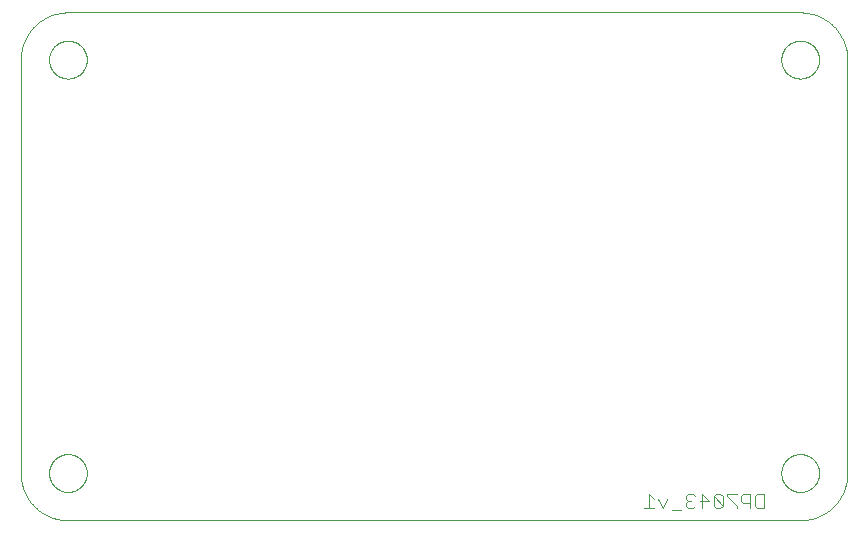
<source format=gbo>
G75*
%MOIN*%
%OFA0B0*%
%FSLAX25Y25*%
%IPPOS*%
%LPD*%
%AMOC8*
5,1,8,0,0,1.08239X$1,22.5*
%
%ADD10C,0.00000*%
%ADD11C,0.00400*%
D10*
X0079321Y0034156D02*
X0323415Y0034156D01*
X0317116Y0049904D02*
X0317118Y0050062D01*
X0317124Y0050220D01*
X0317134Y0050378D01*
X0317148Y0050536D01*
X0317166Y0050693D01*
X0317187Y0050850D01*
X0317213Y0051006D01*
X0317243Y0051162D01*
X0317276Y0051317D01*
X0317314Y0051470D01*
X0317355Y0051623D01*
X0317400Y0051775D01*
X0317449Y0051926D01*
X0317502Y0052075D01*
X0317558Y0052223D01*
X0317618Y0052369D01*
X0317682Y0052514D01*
X0317750Y0052657D01*
X0317821Y0052799D01*
X0317895Y0052939D01*
X0317973Y0053076D01*
X0318055Y0053212D01*
X0318139Y0053346D01*
X0318228Y0053477D01*
X0318319Y0053606D01*
X0318414Y0053733D01*
X0318511Y0053858D01*
X0318612Y0053980D01*
X0318716Y0054099D01*
X0318823Y0054216D01*
X0318933Y0054330D01*
X0319046Y0054441D01*
X0319161Y0054550D01*
X0319279Y0054655D01*
X0319400Y0054757D01*
X0319523Y0054857D01*
X0319649Y0054953D01*
X0319777Y0055046D01*
X0319907Y0055136D01*
X0320040Y0055222D01*
X0320175Y0055306D01*
X0320311Y0055385D01*
X0320450Y0055462D01*
X0320591Y0055534D01*
X0320733Y0055604D01*
X0320877Y0055669D01*
X0321023Y0055731D01*
X0321170Y0055789D01*
X0321319Y0055844D01*
X0321469Y0055895D01*
X0321620Y0055942D01*
X0321772Y0055985D01*
X0321925Y0056024D01*
X0322080Y0056060D01*
X0322235Y0056091D01*
X0322391Y0056119D01*
X0322547Y0056143D01*
X0322704Y0056163D01*
X0322862Y0056179D01*
X0323019Y0056191D01*
X0323178Y0056199D01*
X0323336Y0056203D01*
X0323494Y0056203D01*
X0323652Y0056199D01*
X0323811Y0056191D01*
X0323968Y0056179D01*
X0324126Y0056163D01*
X0324283Y0056143D01*
X0324439Y0056119D01*
X0324595Y0056091D01*
X0324750Y0056060D01*
X0324905Y0056024D01*
X0325058Y0055985D01*
X0325210Y0055942D01*
X0325361Y0055895D01*
X0325511Y0055844D01*
X0325660Y0055789D01*
X0325807Y0055731D01*
X0325953Y0055669D01*
X0326097Y0055604D01*
X0326239Y0055534D01*
X0326380Y0055462D01*
X0326519Y0055385D01*
X0326655Y0055306D01*
X0326790Y0055222D01*
X0326923Y0055136D01*
X0327053Y0055046D01*
X0327181Y0054953D01*
X0327307Y0054857D01*
X0327430Y0054757D01*
X0327551Y0054655D01*
X0327669Y0054550D01*
X0327784Y0054441D01*
X0327897Y0054330D01*
X0328007Y0054216D01*
X0328114Y0054099D01*
X0328218Y0053980D01*
X0328319Y0053858D01*
X0328416Y0053733D01*
X0328511Y0053606D01*
X0328602Y0053477D01*
X0328691Y0053346D01*
X0328775Y0053212D01*
X0328857Y0053076D01*
X0328935Y0052939D01*
X0329009Y0052799D01*
X0329080Y0052657D01*
X0329148Y0052514D01*
X0329212Y0052369D01*
X0329272Y0052223D01*
X0329328Y0052075D01*
X0329381Y0051926D01*
X0329430Y0051775D01*
X0329475Y0051623D01*
X0329516Y0051470D01*
X0329554Y0051317D01*
X0329587Y0051162D01*
X0329617Y0051006D01*
X0329643Y0050850D01*
X0329664Y0050693D01*
X0329682Y0050536D01*
X0329696Y0050378D01*
X0329706Y0050220D01*
X0329712Y0050062D01*
X0329714Y0049904D01*
X0329712Y0049746D01*
X0329706Y0049588D01*
X0329696Y0049430D01*
X0329682Y0049272D01*
X0329664Y0049115D01*
X0329643Y0048958D01*
X0329617Y0048802D01*
X0329587Y0048646D01*
X0329554Y0048491D01*
X0329516Y0048338D01*
X0329475Y0048185D01*
X0329430Y0048033D01*
X0329381Y0047882D01*
X0329328Y0047733D01*
X0329272Y0047585D01*
X0329212Y0047439D01*
X0329148Y0047294D01*
X0329080Y0047151D01*
X0329009Y0047009D01*
X0328935Y0046869D01*
X0328857Y0046732D01*
X0328775Y0046596D01*
X0328691Y0046462D01*
X0328602Y0046331D01*
X0328511Y0046202D01*
X0328416Y0046075D01*
X0328319Y0045950D01*
X0328218Y0045828D01*
X0328114Y0045709D01*
X0328007Y0045592D01*
X0327897Y0045478D01*
X0327784Y0045367D01*
X0327669Y0045258D01*
X0327551Y0045153D01*
X0327430Y0045051D01*
X0327307Y0044951D01*
X0327181Y0044855D01*
X0327053Y0044762D01*
X0326923Y0044672D01*
X0326790Y0044586D01*
X0326655Y0044502D01*
X0326519Y0044423D01*
X0326380Y0044346D01*
X0326239Y0044274D01*
X0326097Y0044204D01*
X0325953Y0044139D01*
X0325807Y0044077D01*
X0325660Y0044019D01*
X0325511Y0043964D01*
X0325361Y0043913D01*
X0325210Y0043866D01*
X0325058Y0043823D01*
X0324905Y0043784D01*
X0324750Y0043748D01*
X0324595Y0043717D01*
X0324439Y0043689D01*
X0324283Y0043665D01*
X0324126Y0043645D01*
X0323968Y0043629D01*
X0323811Y0043617D01*
X0323652Y0043609D01*
X0323494Y0043605D01*
X0323336Y0043605D01*
X0323178Y0043609D01*
X0323019Y0043617D01*
X0322862Y0043629D01*
X0322704Y0043645D01*
X0322547Y0043665D01*
X0322391Y0043689D01*
X0322235Y0043717D01*
X0322080Y0043748D01*
X0321925Y0043784D01*
X0321772Y0043823D01*
X0321620Y0043866D01*
X0321469Y0043913D01*
X0321319Y0043964D01*
X0321170Y0044019D01*
X0321023Y0044077D01*
X0320877Y0044139D01*
X0320733Y0044204D01*
X0320591Y0044274D01*
X0320450Y0044346D01*
X0320311Y0044423D01*
X0320175Y0044502D01*
X0320040Y0044586D01*
X0319907Y0044672D01*
X0319777Y0044762D01*
X0319649Y0044855D01*
X0319523Y0044951D01*
X0319400Y0045051D01*
X0319279Y0045153D01*
X0319161Y0045258D01*
X0319046Y0045367D01*
X0318933Y0045478D01*
X0318823Y0045592D01*
X0318716Y0045709D01*
X0318612Y0045828D01*
X0318511Y0045950D01*
X0318414Y0046075D01*
X0318319Y0046202D01*
X0318228Y0046331D01*
X0318139Y0046462D01*
X0318055Y0046596D01*
X0317973Y0046732D01*
X0317895Y0046869D01*
X0317821Y0047009D01*
X0317750Y0047151D01*
X0317682Y0047294D01*
X0317618Y0047439D01*
X0317558Y0047585D01*
X0317502Y0047733D01*
X0317449Y0047882D01*
X0317400Y0048033D01*
X0317355Y0048185D01*
X0317314Y0048338D01*
X0317276Y0048491D01*
X0317243Y0048646D01*
X0317213Y0048802D01*
X0317187Y0048958D01*
X0317166Y0049115D01*
X0317148Y0049272D01*
X0317134Y0049430D01*
X0317124Y0049588D01*
X0317118Y0049746D01*
X0317116Y0049904D01*
X0323415Y0034156D02*
X0323796Y0034161D01*
X0324176Y0034174D01*
X0324556Y0034197D01*
X0324935Y0034230D01*
X0325313Y0034271D01*
X0325690Y0034321D01*
X0326066Y0034381D01*
X0326441Y0034449D01*
X0326813Y0034527D01*
X0327184Y0034614D01*
X0327552Y0034709D01*
X0327918Y0034814D01*
X0328281Y0034927D01*
X0328642Y0035049D01*
X0328999Y0035179D01*
X0329353Y0035319D01*
X0329704Y0035466D01*
X0330051Y0035623D01*
X0330394Y0035787D01*
X0330733Y0035960D01*
X0331068Y0036141D01*
X0331399Y0036330D01*
X0331724Y0036527D01*
X0332045Y0036731D01*
X0332361Y0036944D01*
X0332671Y0037164D01*
X0332977Y0037391D01*
X0333276Y0037626D01*
X0333570Y0037868D01*
X0333858Y0038116D01*
X0334140Y0038372D01*
X0334415Y0038635D01*
X0334684Y0038904D01*
X0334947Y0039179D01*
X0335203Y0039461D01*
X0335451Y0039749D01*
X0335693Y0040043D01*
X0335928Y0040342D01*
X0336155Y0040648D01*
X0336375Y0040958D01*
X0336588Y0041274D01*
X0336792Y0041595D01*
X0336989Y0041920D01*
X0337178Y0042251D01*
X0337359Y0042586D01*
X0337532Y0042925D01*
X0337696Y0043268D01*
X0337853Y0043615D01*
X0338000Y0043966D01*
X0338140Y0044320D01*
X0338270Y0044677D01*
X0338392Y0045038D01*
X0338505Y0045401D01*
X0338610Y0045767D01*
X0338705Y0046135D01*
X0338792Y0046506D01*
X0338870Y0046878D01*
X0338938Y0047253D01*
X0338998Y0047629D01*
X0339048Y0048006D01*
X0339089Y0048384D01*
X0339122Y0048763D01*
X0339145Y0049143D01*
X0339158Y0049523D01*
X0339163Y0049904D01*
X0339163Y0187699D01*
X0317116Y0187699D02*
X0317118Y0187857D01*
X0317124Y0188015D01*
X0317134Y0188173D01*
X0317148Y0188331D01*
X0317166Y0188488D01*
X0317187Y0188645D01*
X0317213Y0188801D01*
X0317243Y0188957D01*
X0317276Y0189112D01*
X0317314Y0189265D01*
X0317355Y0189418D01*
X0317400Y0189570D01*
X0317449Y0189721D01*
X0317502Y0189870D01*
X0317558Y0190018D01*
X0317618Y0190164D01*
X0317682Y0190309D01*
X0317750Y0190452D01*
X0317821Y0190594D01*
X0317895Y0190734D01*
X0317973Y0190871D01*
X0318055Y0191007D01*
X0318139Y0191141D01*
X0318228Y0191272D01*
X0318319Y0191401D01*
X0318414Y0191528D01*
X0318511Y0191653D01*
X0318612Y0191775D01*
X0318716Y0191894D01*
X0318823Y0192011D01*
X0318933Y0192125D01*
X0319046Y0192236D01*
X0319161Y0192345D01*
X0319279Y0192450D01*
X0319400Y0192552D01*
X0319523Y0192652D01*
X0319649Y0192748D01*
X0319777Y0192841D01*
X0319907Y0192931D01*
X0320040Y0193017D01*
X0320175Y0193101D01*
X0320311Y0193180D01*
X0320450Y0193257D01*
X0320591Y0193329D01*
X0320733Y0193399D01*
X0320877Y0193464D01*
X0321023Y0193526D01*
X0321170Y0193584D01*
X0321319Y0193639D01*
X0321469Y0193690D01*
X0321620Y0193737D01*
X0321772Y0193780D01*
X0321925Y0193819D01*
X0322080Y0193855D01*
X0322235Y0193886D01*
X0322391Y0193914D01*
X0322547Y0193938D01*
X0322704Y0193958D01*
X0322862Y0193974D01*
X0323019Y0193986D01*
X0323178Y0193994D01*
X0323336Y0193998D01*
X0323494Y0193998D01*
X0323652Y0193994D01*
X0323811Y0193986D01*
X0323968Y0193974D01*
X0324126Y0193958D01*
X0324283Y0193938D01*
X0324439Y0193914D01*
X0324595Y0193886D01*
X0324750Y0193855D01*
X0324905Y0193819D01*
X0325058Y0193780D01*
X0325210Y0193737D01*
X0325361Y0193690D01*
X0325511Y0193639D01*
X0325660Y0193584D01*
X0325807Y0193526D01*
X0325953Y0193464D01*
X0326097Y0193399D01*
X0326239Y0193329D01*
X0326380Y0193257D01*
X0326519Y0193180D01*
X0326655Y0193101D01*
X0326790Y0193017D01*
X0326923Y0192931D01*
X0327053Y0192841D01*
X0327181Y0192748D01*
X0327307Y0192652D01*
X0327430Y0192552D01*
X0327551Y0192450D01*
X0327669Y0192345D01*
X0327784Y0192236D01*
X0327897Y0192125D01*
X0328007Y0192011D01*
X0328114Y0191894D01*
X0328218Y0191775D01*
X0328319Y0191653D01*
X0328416Y0191528D01*
X0328511Y0191401D01*
X0328602Y0191272D01*
X0328691Y0191141D01*
X0328775Y0191007D01*
X0328857Y0190871D01*
X0328935Y0190734D01*
X0329009Y0190594D01*
X0329080Y0190452D01*
X0329148Y0190309D01*
X0329212Y0190164D01*
X0329272Y0190018D01*
X0329328Y0189870D01*
X0329381Y0189721D01*
X0329430Y0189570D01*
X0329475Y0189418D01*
X0329516Y0189265D01*
X0329554Y0189112D01*
X0329587Y0188957D01*
X0329617Y0188801D01*
X0329643Y0188645D01*
X0329664Y0188488D01*
X0329682Y0188331D01*
X0329696Y0188173D01*
X0329706Y0188015D01*
X0329712Y0187857D01*
X0329714Y0187699D01*
X0329712Y0187541D01*
X0329706Y0187383D01*
X0329696Y0187225D01*
X0329682Y0187067D01*
X0329664Y0186910D01*
X0329643Y0186753D01*
X0329617Y0186597D01*
X0329587Y0186441D01*
X0329554Y0186286D01*
X0329516Y0186133D01*
X0329475Y0185980D01*
X0329430Y0185828D01*
X0329381Y0185677D01*
X0329328Y0185528D01*
X0329272Y0185380D01*
X0329212Y0185234D01*
X0329148Y0185089D01*
X0329080Y0184946D01*
X0329009Y0184804D01*
X0328935Y0184664D01*
X0328857Y0184527D01*
X0328775Y0184391D01*
X0328691Y0184257D01*
X0328602Y0184126D01*
X0328511Y0183997D01*
X0328416Y0183870D01*
X0328319Y0183745D01*
X0328218Y0183623D01*
X0328114Y0183504D01*
X0328007Y0183387D01*
X0327897Y0183273D01*
X0327784Y0183162D01*
X0327669Y0183053D01*
X0327551Y0182948D01*
X0327430Y0182846D01*
X0327307Y0182746D01*
X0327181Y0182650D01*
X0327053Y0182557D01*
X0326923Y0182467D01*
X0326790Y0182381D01*
X0326655Y0182297D01*
X0326519Y0182218D01*
X0326380Y0182141D01*
X0326239Y0182069D01*
X0326097Y0181999D01*
X0325953Y0181934D01*
X0325807Y0181872D01*
X0325660Y0181814D01*
X0325511Y0181759D01*
X0325361Y0181708D01*
X0325210Y0181661D01*
X0325058Y0181618D01*
X0324905Y0181579D01*
X0324750Y0181543D01*
X0324595Y0181512D01*
X0324439Y0181484D01*
X0324283Y0181460D01*
X0324126Y0181440D01*
X0323968Y0181424D01*
X0323811Y0181412D01*
X0323652Y0181404D01*
X0323494Y0181400D01*
X0323336Y0181400D01*
X0323178Y0181404D01*
X0323019Y0181412D01*
X0322862Y0181424D01*
X0322704Y0181440D01*
X0322547Y0181460D01*
X0322391Y0181484D01*
X0322235Y0181512D01*
X0322080Y0181543D01*
X0321925Y0181579D01*
X0321772Y0181618D01*
X0321620Y0181661D01*
X0321469Y0181708D01*
X0321319Y0181759D01*
X0321170Y0181814D01*
X0321023Y0181872D01*
X0320877Y0181934D01*
X0320733Y0181999D01*
X0320591Y0182069D01*
X0320450Y0182141D01*
X0320311Y0182218D01*
X0320175Y0182297D01*
X0320040Y0182381D01*
X0319907Y0182467D01*
X0319777Y0182557D01*
X0319649Y0182650D01*
X0319523Y0182746D01*
X0319400Y0182846D01*
X0319279Y0182948D01*
X0319161Y0183053D01*
X0319046Y0183162D01*
X0318933Y0183273D01*
X0318823Y0183387D01*
X0318716Y0183504D01*
X0318612Y0183623D01*
X0318511Y0183745D01*
X0318414Y0183870D01*
X0318319Y0183997D01*
X0318228Y0184126D01*
X0318139Y0184257D01*
X0318055Y0184391D01*
X0317973Y0184527D01*
X0317895Y0184664D01*
X0317821Y0184804D01*
X0317750Y0184946D01*
X0317682Y0185089D01*
X0317618Y0185234D01*
X0317558Y0185380D01*
X0317502Y0185528D01*
X0317449Y0185677D01*
X0317400Y0185828D01*
X0317355Y0185980D01*
X0317314Y0186133D01*
X0317276Y0186286D01*
X0317243Y0186441D01*
X0317213Y0186597D01*
X0317187Y0186753D01*
X0317166Y0186910D01*
X0317148Y0187067D01*
X0317134Y0187225D01*
X0317124Y0187383D01*
X0317118Y0187541D01*
X0317116Y0187699D01*
X0323415Y0203447D02*
X0323796Y0203442D01*
X0324176Y0203429D01*
X0324556Y0203406D01*
X0324935Y0203373D01*
X0325313Y0203332D01*
X0325690Y0203282D01*
X0326066Y0203222D01*
X0326441Y0203154D01*
X0326813Y0203076D01*
X0327184Y0202989D01*
X0327552Y0202894D01*
X0327918Y0202789D01*
X0328281Y0202676D01*
X0328642Y0202554D01*
X0328999Y0202424D01*
X0329353Y0202284D01*
X0329704Y0202137D01*
X0330051Y0201980D01*
X0330394Y0201816D01*
X0330733Y0201643D01*
X0331068Y0201462D01*
X0331399Y0201273D01*
X0331724Y0201076D01*
X0332045Y0200872D01*
X0332361Y0200659D01*
X0332671Y0200439D01*
X0332977Y0200212D01*
X0333276Y0199977D01*
X0333570Y0199735D01*
X0333858Y0199487D01*
X0334140Y0199231D01*
X0334415Y0198968D01*
X0334684Y0198699D01*
X0334947Y0198424D01*
X0335203Y0198142D01*
X0335451Y0197854D01*
X0335693Y0197560D01*
X0335928Y0197261D01*
X0336155Y0196955D01*
X0336375Y0196645D01*
X0336588Y0196329D01*
X0336792Y0196008D01*
X0336989Y0195683D01*
X0337178Y0195352D01*
X0337359Y0195017D01*
X0337532Y0194678D01*
X0337696Y0194335D01*
X0337853Y0193988D01*
X0338000Y0193637D01*
X0338140Y0193283D01*
X0338270Y0192926D01*
X0338392Y0192565D01*
X0338505Y0192202D01*
X0338610Y0191836D01*
X0338705Y0191468D01*
X0338792Y0191097D01*
X0338870Y0190725D01*
X0338938Y0190350D01*
X0338998Y0189974D01*
X0339048Y0189597D01*
X0339089Y0189219D01*
X0339122Y0188840D01*
X0339145Y0188460D01*
X0339158Y0188080D01*
X0339163Y0187699D01*
X0323415Y0203448D02*
X0079321Y0203448D01*
X0073022Y0187699D02*
X0073024Y0187857D01*
X0073030Y0188015D01*
X0073040Y0188173D01*
X0073054Y0188331D01*
X0073072Y0188488D01*
X0073093Y0188645D01*
X0073119Y0188801D01*
X0073149Y0188957D01*
X0073182Y0189112D01*
X0073220Y0189265D01*
X0073261Y0189418D01*
X0073306Y0189570D01*
X0073355Y0189721D01*
X0073408Y0189870D01*
X0073464Y0190018D01*
X0073524Y0190164D01*
X0073588Y0190309D01*
X0073656Y0190452D01*
X0073727Y0190594D01*
X0073801Y0190734D01*
X0073879Y0190871D01*
X0073961Y0191007D01*
X0074045Y0191141D01*
X0074134Y0191272D01*
X0074225Y0191401D01*
X0074320Y0191528D01*
X0074417Y0191653D01*
X0074518Y0191775D01*
X0074622Y0191894D01*
X0074729Y0192011D01*
X0074839Y0192125D01*
X0074952Y0192236D01*
X0075067Y0192345D01*
X0075185Y0192450D01*
X0075306Y0192552D01*
X0075429Y0192652D01*
X0075555Y0192748D01*
X0075683Y0192841D01*
X0075813Y0192931D01*
X0075946Y0193017D01*
X0076081Y0193101D01*
X0076217Y0193180D01*
X0076356Y0193257D01*
X0076497Y0193329D01*
X0076639Y0193399D01*
X0076783Y0193464D01*
X0076929Y0193526D01*
X0077076Y0193584D01*
X0077225Y0193639D01*
X0077375Y0193690D01*
X0077526Y0193737D01*
X0077678Y0193780D01*
X0077831Y0193819D01*
X0077986Y0193855D01*
X0078141Y0193886D01*
X0078297Y0193914D01*
X0078453Y0193938D01*
X0078610Y0193958D01*
X0078768Y0193974D01*
X0078925Y0193986D01*
X0079084Y0193994D01*
X0079242Y0193998D01*
X0079400Y0193998D01*
X0079558Y0193994D01*
X0079717Y0193986D01*
X0079874Y0193974D01*
X0080032Y0193958D01*
X0080189Y0193938D01*
X0080345Y0193914D01*
X0080501Y0193886D01*
X0080656Y0193855D01*
X0080811Y0193819D01*
X0080964Y0193780D01*
X0081116Y0193737D01*
X0081267Y0193690D01*
X0081417Y0193639D01*
X0081566Y0193584D01*
X0081713Y0193526D01*
X0081859Y0193464D01*
X0082003Y0193399D01*
X0082145Y0193329D01*
X0082286Y0193257D01*
X0082425Y0193180D01*
X0082561Y0193101D01*
X0082696Y0193017D01*
X0082829Y0192931D01*
X0082959Y0192841D01*
X0083087Y0192748D01*
X0083213Y0192652D01*
X0083336Y0192552D01*
X0083457Y0192450D01*
X0083575Y0192345D01*
X0083690Y0192236D01*
X0083803Y0192125D01*
X0083913Y0192011D01*
X0084020Y0191894D01*
X0084124Y0191775D01*
X0084225Y0191653D01*
X0084322Y0191528D01*
X0084417Y0191401D01*
X0084508Y0191272D01*
X0084597Y0191141D01*
X0084681Y0191007D01*
X0084763Y0190871D01*
X0084841Y0190734D01*
X0084915Y0190594D01*
X0084986Y0190452D01*
X0085054Y0190309D01*
X0085118Y0190164D01*
X0085178Y0190018D01*
X0085234Y0189870D01*
X0085287Y0189721D01*
X0085336Y0189570D01*
X0085381Y0189418D01*
X0085422Y0189265D01*
X0085460Y0189112D01*
X0085493Y0188957D01*
X0085523Y0188801D01*
X0085549Y0188645D01*
X0085570Y0188488D01*
X0085588Y0188331D01*
X0085602Y0188173D01*
X0085612Y0188015D01*
X0085618Y0187857D01*
X0085620Y0187699D01*
X0085618Y0187541D01*
X0085612Y0187383D01*
X0085602Y0187225D01*
X0085588Y0187067D01*
X0085570Y0186910D01*
X0085549Y0186753D01*
X0085523Y0186597D01*
X0085493Y0186441D01*
X0085460Y0186286D01*
X0085422Y0186133D01*
X0085381Y0185980D01*
X0085336Y0185828D01*
X0085287Y0185677D01*
X0085234Y0185528D01*
X0085178Y0185380D01*
X0085118Y0185234D01*
X0085054Y0185089D01*
X0084986Y0184946D01*
X0084915Y0184804D01*
X0084841Y0184664D01*
X0084763Y0184527D01*
X0084681Y0184391D01*
X0084597Y0184257D01*
X0084508Y0184126D01*
X0084417Y0183997D01*
X0084322Y0183870D01*
X0084225Y0183745D01*
X0084124Y0183623D01*
X0084020Y0183504D01*
X0083913Y0183387D01*
X0083803Y0183273D01*
X0083690Y0183162D01*
X0083575Y0183053D01*
X0083457Y0182948D01*
X0083336Y0182846D01*
X0083213Y0182746D01*
X0083087Y0182650D01*
X0082959Y0182557D01*
X0082829Y0182467D01*
X0082696Y0182381D01*
X0082561Y0182297D01*
X0082425Y0182218D01*
X0082286Y0182141D01*
X0082145Y0182069D01*
X0082003Y0181999D01*
X0081859Y0181934D01*
X0081713Y0181872D01*
X0081566Y0181814D01*
X0081417Y0181759D01*
X0081267Y0181708D01*
X0081116Y0181661D01*
X0080964Y0181618D01*
X0080811Y0181579D01*
X0080656Y0181543D01*
X0080501Y0181512D01*
X0080345Y0181484D01*
X0080189Y0181460D01*
X0080032Y0181440D01*
X0079874Y0181424D01*
X0079717Y0181412D01*
X0079558Y0181404D01*
X0079400Y0181400D01*
X0079242Y0181400D01*
X0079084Y0181404D01*
X0078925Y0181412D01*
X0078768Y0181424D01*
X0078610Y0181440D01*
X0078453Y0181460D01*
X0078297Y0181484D01*
X0078141Y0181512D01*
X0077986Y0181543D01*
X0077831Y0181579D01*
X0077678Y0181618D01*
X0077526Y0181661D01*
X0077375Y0181708D01*
X0077225Y0181759D01*
X0077076Y0181814D01*
X0076929Y0181872D01*
X0076783Y0181934D01*
X0076639Y0181999D01*
X0076497Y0182069D01*
X0076356Y0182141D01*
X0076217Y0182218D01*
X0076081Y0182297D01*
X0075946Y0182381D01*
X0075813Y0182467D01*
X0075683Y0182557D01*
X0075555Y0182650D01*
X0075429Y0182746D01*
X0075306Y0182846D01*
X0075185Y0182948D01*
X0075067Y0183053D01*
X0074952Y0183162D01*
X0074839Y0183273D01*
X0074729Y0183387D01*
X0074622Y0183504D01*
X0074518Y0183623D01*
X0074417Y0183745D01*
X0074320Y0183870D01*
X0074225Y0183997D01*
X0074134Y0184126D01*
X0074045Y0184257D01*
X0073961Y0184391D01*
X0073879Y0184527D01*
X0073801Y0184664D01*
X0073727Y0184804D01*
X0073656Y0184946D01*
X0073588Y0185089D01*
X0073524Y0185234D01*
X0073464Y0185380D01*
X0073408Y0185528D01*
X0073355Y0185677D01*
X0073306Y0185828D01*
X0073261Y0185980D01*
X0073220Y0186133D01*
X0073182Y0186286D01*
X0073149Y0186441D01*
X0073119Y0186597D01*
X0073093Y0186753D01*
X0073072Y0186910D01*
X0073054Y0187067D01*
X0073040Y0187225D01*
X0073030Y0187383D01*
X0073024Y0187541D01*
X0073022Y0187699D01*
X0063573Y0187699D02*
X0063578Y0188080D01*
X0063591Y0188460D01*
X0063614Y0188840D01*
X0063647Y0189219D01*
X0063688Y0189597D01*
X0063738Y0189974D01*
X0063798Y0190350D01*
X0063866Y0190725D01*
X0063944Y0191097D01*
X0064031Y0191468D01*
X0064126Y0191836D01*
X0064231Y0192202D01*
X0064344Y0192565D01*
X0064466Y0192926D01*
X0064596Y0193283D01*
X0064736Y0193637D01*
X0064883Y0193988D01*
X0065040Y0194335D01*
X0065204Y0194678D01*
X0065377Y0195017D01*
X0065558Y0195352D01*
X0065747Y0195683D01*
X0065944Y0196008D01*
X0066148Y0196329D01*
X0066361Y0196645D01*
X0066581Y0196955D01*
X0066808Y0197261D01*
X0067043Y0197560D01*
X0067285Y0197854D01*
X0067533Y0198142D01*
X0067789Y0198424D01*
X0068052Y0198699D01*
X0068321Y0198968D01*
X0068596Y0199231D01*
X0068878Y0199487D01*
X0069166Y0199735D01*
X0069460Y0199977D01*
X0069759Y0200212D01*
X0070065Y0200439D01*
X0070375Y0200659D01*
X0070691Y0200872D01*
X0071012Y0201076D01*
X0071337Y0201273D01*
X0071668Y0201462D01*
X0072003Y0201643D01*
X0072342Y0201816D01*
X0072685Y0201980D01*
X0073032Y0202137D01*
X0073383Y0202284D01*
X0073737Y0202424D01*
X0074094Y0202554D01*
X0074455Y0202676D01*
X0074818Y0202789D01*
X0075184Y0202894D01*
X0075552Y0202989D01*
X0075923Y0203076D01*
X0076295Y0203154D01*
X0076670Y0203222D01*
X0077046Y0203282D01*
X0077423Y0203332D01*
X0077801Y0203373D01*
X0078180Y0203406D01*
X0078560Y0203429D01*
X0078940Y0203442D01*
X0079321Y0203447D01*
X0063573Y0187699D02*
X0063573Y0049904D01*
X0073022Y0049904D02*
X0073024Y0050062D01*
X0073030Y0050220D01*
X0073040Y0050378D01*
X0073054Y0050536D01*
X0073072Y0050693D01*
X0073093Y0050850D01*
X0073119Y0051006D01*
X0073149Y0051162D01*
X0073182Y0051317D01*
X0073220Y0051470D01*
X0073261Y0051623D01*
X0073306Y0051775D01*
X0073355Y0051926D01*
X0073408Y0052075D01*
X0073464Y0052223D01*
X0073524Y0052369D01*
X0073588Y0052514D01*
X0073656Y0052657D01*
X0073727Y0052799D01*
X0073801Y0052939D01*
X0073879Y0053076D01*
X0073961Y0053212D01*
X0074045Y0053346D01*
X0074134Y0053477D01*
X0074225Y0053606D01*
X0074320Y0053733D01*
X0074417Y0053858D01*
X0074518Y0053980D01*
X0074622Y0054099D01*
X0074729Y0054216D01*
X0074839Y0054330D01*
X0074952Y0054441D01*
X0075067Y0054550D01*
X0075185Y0054655D01*
X0075306Y0054757D01*
X0075429Y0054857D01*
X0075555Y0054953D01*
X0075683Y0055046D01*
X0075813Y0055136D01*
X0075946Y0055222D01*
X0076081Y0055306D01*
X0076217Y0055385D01*
X0076356Y0055462D01*
X0076497Y0055534D01*
X0076639Y0055604D01*
X0076783Y0055669D01*
X0076929Y0055731D01*
X0077076Y0055789D01*
X0077225Y0055844D01*
X0077375Y0055895D01*
X0077526Y0055942D01*
X0077678Y0055985D01*
X0077831Y0056024D01*
X0077986Y0056060D01*
X0078141Y0056091D01*
X0078297Y0056119D01*
X0078453Y0056143D01*
X0078610Y0056163D01*
X0078768Y0056179D01*
X0078925Y0056191D01*
X0079084Y0056199D01*
X0079242Y0056203D01*
X0079400Y0056203D01*
X0079558Y0056199D01*
X0079717Y0056191D01*
X0079874Y0056179D01*
X0080032Y0056163D01*
X0080189Y0056143D01*
X0080345Y0056119D01*
X0080501Y0056091D01*
X0080656Y0056060D01*
X0080811Y0056024D01*
X0080964Y0055985D01*
X0081116Y0055942D01*
X0081267Y0055895D01*
X0081417Y0055844D01*
X0081566Y0055789D01*
X0081713Y0055731D01*
X0081859Y0055669D01*
X0082003Y0055604D01*
X0082145Y0055534D01*
X0082286Y0055462D01*
X0082425Y0055385D01*
X0082561Y0055306D01*
X0082696Y0055222D01*
X0082829Y0055136D01*
X0082959Y0055046D01*
X0083087Y0054953D01*
X0083213Y0054857D01*
X0083336Y0054757D01*
X0083457Y0054655D01*
X0083575Y0054550D01*
X0083690Y0054441D01*
X0083803Y0054330D01*
X0083913Y0054216D01*
X0084020Y0054099D01*
X0084124Y0053980D01*
X0084225Y0053858D01*
X0084322Y0053733D01*
X0084417Y0053606D01*
X0084508Y0053477D01*
X0084597Y0053346D01*
X0084681Y0053212D01*
X0084763Y0053076D01*
X0084841Y0052939D01*
X0084915Y0052799D01*
X0084986Y0052657D01*
X0085054Y0052514D01*
X0085118Y0052369D01*
X0085178Y0052223D01*
X0085234Y0052075D01*
X0085287Y0051926D01*
X0085336Y0051775D01*
X0085381Y0051623D01*
X0085422Y0051470D01*
X0085460Y0051317D01*
X0085493Y0051162D01*
X0085523Y0051006D01*
X0085549Y0050850D01*
X0085570Y0050693D01*
X0085588Y0050536D01*
X0085602Y0050378D01*
X0085612Y0050220D01*
X0085618Y0050062D01*
X0085620Y0049904D01*
X0085618Y0049746D01*
X0085612Y0049588D01*
X0085602Y0049430D01*
X0085588Y0049272D01*
X0085570Y0049115D01*
X0085549Y0048958D01*
X0085523Y0048802D01*
X0085493Y0048646D01*
X0085460Y0048491D01*
X0085422Y0048338D01*
X0085381Y0048185D01*
X0085336Y0048033D01*
X0085287Y0047882D01*
X0085234Y0047733D01*
X0085178Y0047585D01*
X0085118Y0047439D01*
X0085054Y0047294D01*
X0084986Y0047151D01*
X0084915Y0047009D01*
X0084841Y0046869D01*
X0084763Y0046732D01*
X0084681Y0046596D01*
X0084597Y0046462D01*
X0084508Y0046331D01*
X0084417Y0046202D01*
X0084322Y0046075D01*
X0084225Y0045950D01*
X0084124Y0045828D01*
X0084020Y0045709D01*
X0083913Y0045592D01*
X0083803Y0045478D01*
X0083690Y0045367D01*
X0083575Y0045258D01*
X0083457Y0045153D01*
X0083336Y0045051D01*
X0083213Y0044951D01*
X0083087Y0044855D01*
X0082959Y0044762D01*
X0082829Y0044672D01*
X0082696Y0044586D01*
X0082561Y0044502D01*
X0082425Y0044423D01*
X0082286Y0044346D01*
X0082145Y0044274D01*
X0082003Y0044204D01*
X0081859Y0044139D01*
X0081713Y0044077D01*
X0081566Y0044019D01*
X0081417Y0043964D01*
X0081267Y0043913D01*
X0081116Y0043866D01*
X0080964Y0043823D01*
X0080811Y0043784D01*
X0080656Y0043748D01*
X0080501Y0043717D01*
X0080345Y0043689D01*
X0080189Y0043665D01*
X0080032Y0043645D01*
X0079874Y0043629D01*
X0079717Y0043617D01*
X0079558Y0043609D01*
X0079400Y0043605D01*
X0079242Y0043605D01*
X0079084Y0043609D01*
X0078925Y0043617D01*
X0078768Y0043629D01*
X0078610Y0043645D01*
X0078453Y0043665D01*
X0078297Y0043689D01*
X0078141Y0043717D01*
X0077986Y0043748D01*
X0077831Y0043784D01*
X0077678Y0043823D01*
X0077526Y0043866D01*
X0077375Y0043913D01*
X0077225Y0043964D01*
X0077076Y0044019D01*
X0076929Y0044077D01*
X0076783Y0044139D01*
X0076639Y0044204D01*
X0076497Y0044274D01*
X0076356Y0044346D01*
X0076217Y0044423D01*
X0076081Y0044502D01*
X0075946Y0044586D01*
X0075813Y0044672D01*
X0075683Y0044762D01*
X0075555Y0044855D01*
X0075429Y0044951D01*
X0075306Y0045051D01*
X0075185Y0045153D01*
X0075067Y0045258D01*
X0074952Y0045367D01*
X0074839Y0045478D01*
X0074729Y0045592D01*
X0074622Y0045709D01*
X0074518Y0045828D01*
X0074417Y0045950D01*
X0074320Y0046075D01*
X0074225Y0046202D01*
X0074134Y0046331D01*
X0074045Y0046462D01*
X0073961Y0046596D01*
X0073879Y0046732D01*
X0073801Y0046869D01*
X0073727Y0047009D01*
X0073656Y0047151D01*
X0073588Y0047294D01*
X0073524Y0047439D01*
X0073464Y0047585D01*
X0073408Y0047733D01*
X0073355Y0047882D01*
X0073306Y0048033D01*
X0073261Y0048185D01*
X0073220Y0048338D01*
X0073182Y0048491D01*
X0073149Y0048646D01*
X0073119Y0048802D01*
X0073093Y0048958D01*
X0073072Y0049115D01*
X0073054Y0049272D01*
X0073040Y0049430D01*
X0073030Y0049588D01*
X0073024Y0049746D01*
X0073022Y0049904D01*
X0063573Y0049904D02*
X0063578Y0049523D01*
X0063591Y0049143D01*
X0063614Y0048763D01*
X0063647Y0048384D01*
X0063688Y0048006D01*
X0063738Y0047629D01*
X0063798Y0047253D01*
X0063866Y0046878D01*
X0063944Y0046506D01*
X0064031Y0046135D01*
X0064126Y0045767D01*
X0064231Y0045401D01*
X0064344Y0045038D01*
X0064466Y0044677D01*
X0064596Y0044320D01*
X0064736Y0043966D01*
X0064883Y0043615D01*
X0065040Y0043268D01*
X0065204Y0042925D01*
X0065377Y0042586D01*
X0065558Y0042251D01*
X0065747Y0041920D01*
X0065944Y0041595D01*
X0066148Y0041274D01*
X0066361Y0040958D01*
X0066581Y0040648D01*
X0066808Y0040342D01*
X0067043Y0040043D01*
X0067285Y0039749D01*
X0067533Y0039461D01*
X0067789Y0039179D01*
X0068052Y0038904D01*
X0068321Y0038635D01*
X0068596Y0038372D01*
X0068878Y0038116D01*
X0069166Y0037868D01*
X0069460Y0037626D01*
X0069759Y0037391D01*
X0070065Y0037164D01*
X0070375Y0036944D01*
X0070691Y0036731D01*
X0071012Y0036527D01*
X0071337Y0036330D01*
X0071668Y0036141D01*
X0072003Y0035960D01*
X0072342Y0035787D01*
X0072685Y0035623D01*
X0073032Y0035466D01*
X0073383Y0035319D01*
X0073737Y0035179D01*
X0074094Y0035049D01*
X0074455Y0034927D01*
X0074818Y0034814D01*
X0075184Y0034709D01*
X0075552Y0034614D01*
X0075923Y0034527D01*
X0076295Y0034449D01*
X0076670Y0034381D01*
X0077046Y0034321D01*
X0077423Y0034271D01*
X0077801Y0034230D01*
X0078180Y0034197D01*
X0078560Y0034174D01*
X0078940Y0034161D01*
X0079321Y0034156D01*
D11*
X0271504Y0038293D02*
X0274573Y0038293D01*
X0273038Y0038293D02*
X0273038Y0042897D01*
X0274573Y0041362D01*
X0276108Y0041362D02*
X0277642Y0038293D01*
X0279177Y0041362D01*
X0280712Y0037526D02*
X0283781Y0037526D01*
X0285315Y0039060D02*
X0286083Y0038293D01*
X0287617Y0038293D01*
X0288385Y0039060D01*
X0289919Y0040595D02*
X0292989Y0040595D01*
X0290687Y0042897D01*
X0290687Y0038293D01*
X0294523Y0039060D02*
X0295291Y0038293D01*
X0296825Y0038293D01*
X0297593Y0039060D01*
X0294523Y0042130D01*
X0294523Y0039060D01*
X0297593Y0039060D02*
X0297593Y0042130D01*
X0296825Y0042897D01*
X0295291Y0042897D01*
X0294523Y0042130D01*
X0299127Y0042130D02*
X0302196Y0039060D01*
X0302196Y0038293D01*
X0303731Y0040595D02*
X0304498Y0039828D01*
X0306800Y0039828D01*
X0306800Y0038293D02*
X0306800Y0042897D01*
X0304498Y0042897D01*
X0303731Y0042130D01*
X0303731Y0040595D01*
X0302196Y0042897D02*
X0299127Y0042897D01*
X0299127Y0042130D01*
X0288385Y0042130D02*
X0287617Y0042897D01*
X0286083Y0042897D01*
X0285315Y0042130D01*
X0285315Y0041362D01*
X0286083Y0040595D01*
X0285315Y0039828D01*
X0285315Y0039060D01*
X0286083Y0040595D02*
X0286850Y0040595D01*
X0308335Y0039060D02*
X0309102Y0038293D01*
X0311404Y0038293D01*
X0311404Y0042897D01*
X0309102Y0042897D01*
X0308335Y0042130D01*
X0308335Y0039060D01*
M02*

</source>
